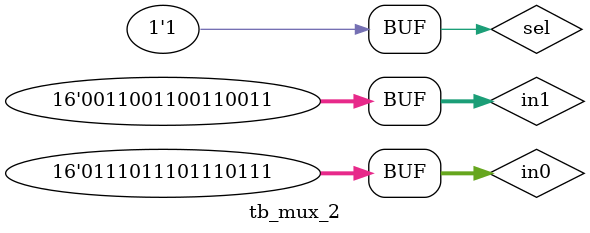
<source format=v>
`timescale 1ns / 1ps


module tb_mux_2;
    
    // inputs
    reg [15:0] in0;
    reg [15:0] in1;
    reg sel;
    
    // output
    wire [15:0] result;
    
    mux_2 uut (
        .in0(in0),
        .in1(in1),
        .sel(sel),
        .result(result)
    );
    
    initial begin
        // init outputs
        in0 = 0;
        in1 = 0;
        sel = 0;
        
        #50
        
        sel = 0;
        in0 = 'h7777;
        in1 = 'h3333;
        #50
        $display ("TC01");
        if ( result != 'h7777 ) $display ("FAIL");
        
        sel = 1;
        in0 = 'h7777;
        in1 = 'h3333;
        #50
        $display ("TC02");
        if ( result != 'h3333 ) $display ("FAIL");
        
    end
    

endmodule

</source>
